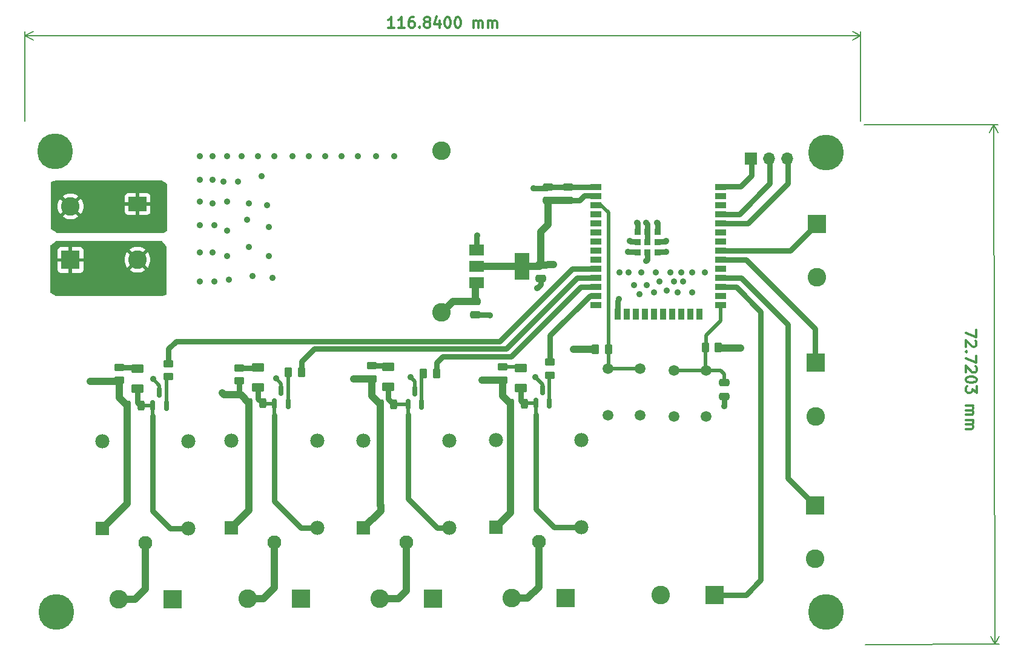
<source format=gbr>
%TF.GenerationSoftware,KiCad,Pcbnew,7.0.8*%
%TF.CreationDate,2024-04-08T22:48:43+05:30*%
%TF.ProjectId,Esp32_relay,45737033-325f-4726-956c-61792e6b6963,rev?*%
%TF.SameCoordinates,PX4046330PY7125ac8*%
%TF.FileFunction,Copper,L1,Top*%
%TF.FilePolarity,Positive*%
%FSLAX46Y46*%
G04 Gerber Fmt 4.6, Leading zero omitted, Abs format (unit mm)*
G04 Created by KiCad (PCBNEW 7.0.8) date 2024-04-08 22:48:43*
%MOMM*%
%LPD*%
G01*
G04 APERTURE LIST*
G04 Aperture macros list*
%AMRoundRect*
0 Rectangle with rounded corners*
0 $1 Rounding radius*
0 $2 $3 $4 $5 $6 $7 $8 $9 X,Y pos of 4 corners*
0 Add a 4 corners polygon primitive as box body*
4,1,4,$2,$3,$4,$5,$6,$7,$8,$9,$2,$3,0*
0 Add four circle primitives for the rounded corners*
1,1,$1+$1,$2,$3*
1,1,$1+$1,$4,$5*
1,1,$1+$1,$6,$7*
1,1,$1+$1,$8,$9*
0 Add four rect primitives between the rounded corners*
20,1,$1+$1,$2,$3,$4,$5,0*
20,1,$1+$1,$4,$5,$6,$7,0*
20,1,$1+$1,$6,$7,$8,$9,0*
20,1,$1+$1,$8,$9,$2,$3,0*%
G04 Aperture macros list end*
%ADD10C,0.300000*%
%TA.AperFunction,NonConductor*%
%ADD11C,0.300000*%
%TD*%
%TA.AperFunction,NonConductor*%
%ADD12C,0.200000*%
%TD*%
%TA.AperFunction,SMDPad,CuDef*%
%ADD13RoundRect,0.243750X-0.243750X-0.456250X0.243750X-0.456250X0.243750X0.456250X-0.243750X0.456250X0*%
%TD*%
%TA.AperFunction,SMDPad,CuDef*%
%ADD14RoundRect,0.250000X0.450000X-0.262500X0.450000X0.262500X-0.450000X0.262500X-0.450000X-0.262500X0*%
%TD*%
%TA.AperFunction,SMDPad,CuDef*%
%ADD15RoundRect,0.250000X0.475000X-0.250000X0.475000X0.250000X-0.475000X0.250000X-0.475000X-0.250000X0*%
%TD*%
%TA.AperFunction,SMDPad,CuDef*%
%ADD16RoundRect,0.250000X-0.475000X0.250000X-0.475000X-0.250000X0.475000X-0.250000X0.475000X0.250000X0*%
%TD*%
%TA.AperFunction,SMDPad,CuDef*%
%ADD17RoundRect,0.150000X0.150000X-0.587500X0.150000X0.587500X-0.150000X0.587500X-0.150000X-0.587500X0*%
%TD*%
%TA.AperFunction,SMDPad,CuDef*%
%ADD18RoundRect,0.250000X-0.450000X0.262500X-0.450000X-0.262500X0.450000X-0.262500X0.450000X0.262500X0*%
%TD*%
%TA.AperFunction,ComponentPad*%
%ADD19R,2.600000X2.000000*%
%TD*%
%TA.AperFunction,ComponentPad*%
%ADD20C,2.600000*%
%TD*%
%TA.AperFunction,ComponentPad*%
%ADD21C,1.500000*%
%TD*%
%TA.AperFunction,SMDPad,CuDef*%
%ADD22RoundRect,0.250000X-0.625000X0.375000X-0.625000X-0.375000X0.625000X-0.375000X0.625000X0.375000X0*%
%TD*%
%TA.AperFunction,ComponentPad*%
%ADD23C,5.000000*%
%TD*%
%TA.AperFunction,ComponentPad*%
%ADD24R,1.980000X1.980000*%
%TD*%
%TA.AperFunction,ComponentPad*%
%ADD25C,1.980000*%
%TD*%
%TA.AperFunction,ComponentPad*%
%ADD26C,1.935000*%
%TD*%
%TA.AperFunction,ComponentPad*%
%ADD27R,2.600000X2.600000*%
%TD*%
%TA.AperFunction,SMDPad,CuDef*%
%ADD28R,1.500000X0.900000*%
%TD*%
%TA.AperFunction,SMDPad,CuDef*%
%ADD29R,0.900000X1.500000*%
%TD*%
%TA.AperFunction,SMDPad,CuDef*%
%ADD30R,0.900000X0.900000*%
%TD*%
%TA.AperFunction,SMDPad,CuDef*%
%ADD31RoundRect,0.250000X0.262500X0.450000X-0.262500X0.450000X-0.262500X-0.450000X0.262500X-0.450000X0*%
%TD*%
%TA.AperFunction,SMDPad,CuDef*%
%ADD32RoundRect,0.250000X-0.262500X-0.450000X0.262500X-0.450000X0.262500X0.450000X-0.262500X0.450000X0*%
%TD*%
%TA.AperFunction,ComponentPad*%
%ADD33R,1.700000X1.700000*%
%TD*%
%TA.AperFunction,ComponentPad*%
%ADD34O,1.700000X1.700000*%
%TD*%
%TA.AperFunction,SMDPad,CuDef*%
%ADD35R,2.000000X1.500000*%
%TD*%
%TA.AperFunction,SMDPad,CuDef*%
%ADD36R,2.000000X3.800000*%
%TD*%
%TA.AperFunction,ViaPad*%
%ADD37C,0.900000*%
%TD*%
%TA.AperFunction,Conductor*%
%ADD38C,0.800000*%
%TD*%
%TA.AperFunction,Conductor*%
%ADD39C,0.500000*%
%TD*%
%TA.AperFunction,Conductor*%
%ADD40C,1.000000*%
%TD*%
G04 APERTURE END LIST*
D10*
D11*
X132879245Y43983823D02*
X132880991Y42983825D01*
X132880991Y42983825D02*
X131379871Y43624061D01*
X132739007Y42483576D02*
X132810561Y42412273D01*
X132810561Y42412273D02*
X132882239Y42269540D01*
X132882239Y42269540D02*
X132882862Y41912398D01*
X132882862Y41912398D02*
X132811683Y41769416D01*
X132811683Y41769416D02*
X132740380Y41697863D01*
X132740380Y41697863D02*
X132597647Y41626185D01*
X132597647Y41626185D02*
X132454791Y41625936D01*
X132454791Y41625936D02*
X132240380Y41696990D01*
X132240380Y41696990D02*
X131381742Y42552635D01*
X131381742Y42552635D02*
X131383364Y41624065D01*
X131527343Y40981458D02*
X131456040Y40909905D01*
X131456040Y40909905D02*
X131384486Y40981209D01*
X131384486Y40981209D02*
X131455790Y41052762D01*
X131455790Y41052762D02*
X131527343Y40981458D01*
X131527343Y40981458D02*
X131384486Y40981209D01*
X132885482Y40412401D02*
X132887228Y39412402D01*
X132887228Y39412402D02*
X131386108Y40052639D01*
X132745245Y38912154D02*
X132816798Y38840850D01*
X132816798Y38840850D02*
X132888476Y38698118D01*
X132888476Y38698118D02*
X132889100Y38340976D01*
X132889100Y38340976D02*
X132817921Y38197994D01*
X132817921Y38197994D02*
X132746617Y38126441D01*
X132746617Y38126441D02*
X132603885Y38054763D01*
X132603885Y38054763D02*
X132461028Y38054513D01*
X132461028Y38054513D02*
X132246618Y38125567D01*
X132246618Y38125567D02*
X131387979Y38981212D01*
X131387979Y38981212D02*
X131389601Y38052642D01*
X132891220Y37126692D02*
X132891470Y36983835D01*
X132891470Y36983835D02*
X132820291Y36840854D01*
X132820291Y36840854D02*
X132748987Y36769300D01*
X132748987Y36769300D02*
X132606255Y36697622D01*
X132606255Y36697622D02*
X132320666Y36625695D01*
X132320666Y36625695D02*
X131963523Y36625071D01*
X131963523Y36625071D02*
X131677685Y36696001D01*
X131677685Y36696001D02*
X131534703Y36767180D01*
X131534703Y36767180D02*
X131463150Y36838483D01*
X131463150Y36838483D02*
X131391472Y36981216D01*
X131391472Y36981216D02*
X131391222Y37124072D01*
X131391222Y37124072D02*
X131462401Y37267054D01*
X131462401Y37267054D02*
X131533705Y37338607D01*
X131533705Y37338607D02*
X131676437Y37410285D01*
X131676437Y37410285D02*
X131962026Y37482213D01*
X131962026Y37482213D02*
X132319169Y37482836D01*
X132319169Y37482836D02*
X132605007Y37411907D01*
X132605007Y37411907D02*
X132747989Y37340728D01*
X132747989Y37340728D02*
X132819542Y37269424D01*
X132819542Y37269424D02*
X132891220Y37126692D01*
X132892967Y36126694D02*
X132894588Y35198124D01*
X132894588Y35198124D02*
X132322287Y35697125D01*
X132322287Y35697125D02*
X132322662Y35482840D01*
X132322662Y35482840D02*
X132251483Y35339858D01*
X132251483Y35339858D02*
X132180179Y35268305D01*
X132180179Y35268305D02*
X132037447Y35196627D01*
X132037447Y35196627D02*
X131680304Y35196003D01*
X131680304Y35196003D02*
X131537323Y35267182D01*
X131537323Y35267182D02*
X131465770Y35338486D01*
X131465770Y35338486D02*
X131394092Y35481218D01*
X131394092Y35481218D02*
X131393343Y35909789D01*
X131393343Y35909789D02*
X131464522Y36052771D01*
X131464522Y36052771D02*
X131535826Y36124324D01*
X131397709Y33409793D02*
X132397708Y33411540D01*
X132254851Y33411290D02*
X132326404Y33339987D01*
X132326404Y33339987D02*
X132398082Y33197254D01*
X132398082Y33197254D02*
X132398456Y32982969D01*
X132398456Y32982969D02*
X132327277Y32839987D01*
X132327277Y32839987D02*
X132184545Y32768309D01*
X132184545Y32768309D02*
X131398832Y32766937D01*
X132184545Y32768309D02*
X132327527Y32697130D01*
X132327527Y32697130D02*
X132399205Y32554398D01*
X132399205Y32554398D02*
X132399579Y32340113D01*
X132399579Y32340113D02*
X132328400Y32197131D01*
X132328400Y32197131D02*
X132185668Y32125453D01*
X132185668Y32125453D02*
X131399955Y32124081D01*
X131401202Y31409796D02*
X132401200Y31411543D01*
X132258344Y31411293D02*
X132329897Y31339990D01*
X132329897Y31339990D02*
X132401575Y31197258D01*
X132401575Y31197258D02*
X132401949Y30982972D01*
X132401949Y30982972D02*
X132330770Y30839990D01*
X132330770Y30839990D02*
X132188038Y30768313D01*
X132188038Y30768313D02*
X131402325Y30766940D01*
X132188038Y30768313D02*
X132331019Y30697134D01*
X132331019Y30697134D02*
X132402697Y30554401D01*
X132402697Y30554401D02*
X132403072Y30340116D01*
X132403072Y30340116D02*
X132331893Y30197134D01*
X132331893Y30197134D02*
X132189160Y30125456D01*
X132189160Y30125456D02*
X131403447Y30124084D01*
D12*
X117212999Y72721073D02*
X135903263Y72753714D01*
X117339999Y873D02*
X136030263Y33514D01*
X135316845Y72752690D02*
X135443845Y32490D01*
X135316845Y72752690D02*
X135443845Y32490D01*
X135316845Y72752690D02*
X135905232Y71627212D01*
X135316845Y72752690D02*
X134732393Y71625164D01*
X135443845Y32490D02*
X134855458Y1157968D01*
X135443845Y32490D02*
X136028297Y1160016D01*
D10*
D11*
X51507287Y86262472D02*
X50650144Y86262472D01*
X51078715Y86262472D02*
X51078715Y87762472D01*
X51078715Y87762472D02*
X50935858Y87548186D01*
X50935858Y87548186D02*
X50793001Y87405329D01*
X50793001Y87405329D02*
X50650144Y87333900D01*
X52935858Y86262472D02*
X52078715Y86262472D01*
X52507286Y86262472D02*
X52507286Y87762472D01*
X52507286Y87762472D02*
X52364429Y87548186D01*
X52364429Y87548186D02*
X52221572Y87405329D01*
X52221572Y87405329D02*
X52078715Y87333900D01*
X54221572Y87762472D02*
X53935857Y87762472D01*
X53935857Y87762472D02*
X53793000Y87691043D01*
X53793000Y87691043D02*
X53721572Y87619615D01*
X53721572Y87619615D02*
X53578714Y87405329D01*
X53578714Y87405329D02*
X53507286Y87119615D01*
X53507286Y87119615D02*
X53507286Y86548186D01*
X53507286Y86548186D02*
X53578714Y86405329D01*
X53578714Y86405329D02*
X53650143Y86333900D01*
X53650143Y86333900D02*
X53793000Y86262472D01*
X53793000Y86262472D02*
X54078714Y86262472D01*
X54078714Y86262472D02*
X54221572Y86333900D01*
X54221572Y86333900D02*
X54293000Y86405329D01*
X54293000Y86405329D02*
X54364429Y86548186D01*
X54364429Y86548186D02*
X54364429Y86905329D01*
X54364429Y86905329D02*
X54293000Y87048186D01*
X54293000Y87048186D02*
X54221572Y87119615D01*
X54221572Y87119615D02*
X54078714Y87191043D01*
X54078714Y87191043D02*
X53793000Y87191043D01*
X53793000Y87191043D02*
X53650143Y87119615D01*
X53650143Y87119615D02*
X53578714Y87048186D01*
X53578714Y87048186D02*
X53507286Y86905329D01*
X55007285Y86405329D02*
X55078714Y86333900D01*
X55078714Y86333900D02*
X55007285Y86262472D01*
X55007285Y86262472D02*
X54935857Y86333900D01*
X54935857Y86333900D02*
X55007285Y86405329D01*
X55007285Y86405329D02*
X55007285Y86262472D01*
X55935857Y87119615D02*
X55793000Y87191043D01*
X55793000Y87191043D02*
X55721571Y87262472D01*
X55721571Y87262472D02*
X55650143Y87405329D01*
X55650143Y87405329D02*
X55650143Y87476758D01*
X55650143Y87476758D02*
X55721571Y87619615D01*
X55721571Y87619615D02*
X55793000Y87691043D01*
X55793000Y87691043D02*
X55935857Y87762472D01*
X55935857Y87762472D02*
X56221571Y87762472D01*
X56221571Y87762472D02*
X56364429Y87691043D01*
X56364429Y87691043D02*
X56435857Y87619615D01*
X56435857Y87619615D02*
X56507286Y87476758D01*
X56507286Y87476758D02*
X56507286Y87405329D01*
X56507286Y87405329D02*
X56435857Y87262472D01*
X56435857Y87262472D02*
X56364429Y87191043D01*
X56364429Y87191043D02*
X56221571Y87119615D01*
X56221571Y87119615D02*
X55935857Y87119615D01*
X55935857Y87119615D02*
X55793000Y87048186D01*
X55793000Y87048186D02*
X55721571Y86976758D01*
X55721571Y86976758D02*
X55650143Y86833900D01*
X55650143Y86833900D02*
X55650143Y86548186D01*
X55650143Y86548186D02*
X55721571Y86405329D01*
X55721571Y86405329D02*
X55793000Y86333900D01*
X55793000Y86333900D02*
X55935857Y86262472D01*
X55935857Y86262472D02*
X56221571Y86262472D01*
X56221571Y86262472D02*
X56364429Y86333900D01*
X56364429Y86333900D02*
X56435857Y86405329D01*
X56435857Y86405329D02*
X56507286Y86548186D01*
X56507286Y86548186D02*
X56507286Y86833900D01*
X56507286Y86833900D02*
X56435857Y86976758D01*
X56435857Y86976758D02*
X56364429Y87048186D01*
X56364429Y87048186D02*
X56221571Y87119615D01*
X57793000Y87262472D02*
X57793000Y86262472D01*
X57435857Y87833900D02*
X57078714Y86762472D01*
X57078714Y86762472D02*
X58007285Y86762472D01*
X58864428Y87762472D02*
X59007285Y87762472D01*
X59007285Y87762472D02*
X59150142Y87691043D01*
X59150142Y87691043D02*
X59221571Y87619615D01*
X59221571Y87619615D02*
X59292999Y87476758D01*
X59292999Y87476758D02*
X59364428Y87191043D01*
X59364428Y87191043D02*
X59364428Y86833900D01*
X59364428Y86833900D02*
X59292999Y86548186D01*
X59292999Y86548186D02*
X59221571Y86405329D01*
X59221571Y86405329D02*
X59150142Y86333900D01*
X59150142Y86333900D02*
X59007285Y86262472D01*
X59007285Y86262472D02*
X58864428Y86262472D01*
X58864428Y86262472D02*
X58721571Y86333900D01*
X58721571Y86333900D02*
X58650142Y86405329D01*
X58650142Y86405329D02*
X58578713Y86548186D01*
X58578713Y86548186D02*
X58507285Y86833900D01*
X58507285Y86833900D02*
X58507285Y87191043D01*
X58507285Y87191043D02*
X58578713Y87476758D01*
X58578713Y87476758D02*
X58650142Y87619615D01*
X58650142Y87619615D02*
X58721571Y87691043D01*
X58721571Y87691043D02*
X58864428Y87762472D01*
X60292999Y87762472D02*
X60435856Y87762472D01*
X60435856Y87762472D02*
X60578713Y87691043D01*
X60578713Y87691043D02*
X60650142Y87619615D01*
X60650142Y87619615D02*
X60721570Y87476758D01*
X60721570Y87476758D02*
X60792999Y87191043D01*
X60792999Y87191043D02*
X60792999Y86833900D01*
X60792999Y86833900D02*
X60721570Y86548186D01*
X60721570Y86548186D02*
X60650142Y86405329D01*
X60650142Y86405329D02*
X60578713Y86333900D01*
X60578713Y86333900D02*
X60435856Y86262472D01*
X60435856Y86262472D02*
X60292999Y86262472D01*
X60292999Y86262472D02*
X60150142Y86333900D01*
X60150142Y86333900D02*
X60078713Y86405329D01*
X60078713Y86405329D02*
X60007284Y86548186D01*
X60007284Y86548186D02*
X59935856Y86833900D01*
X59935856Y86833900D02*
X59935856Y87191043D01*
X59935856Y87191043D02*
X60007284Y87476758D01*
X60007284Y87476758D02*
X60078713Y87619615D01*
X60078713Y87619615D02*
X60150142Y87691043D01*
X60150142Y87691043D02*
X60292999Y87762472D01*
X62578712Y86262472D02*
X62578712Y87262472D01*
X62578712Y87119615D02*
X62650141Y87191043D01*
X62650141Y87191043D02*
X62792998Y87262472D01*
X62792998Y87262472D02*
X63007284Y87262472D01*
X63007284Y87262472D02*
X63150141Y87191043D01*
X63150141Y87191043D02*
X63221570Y87048186D01*
X63221570Y87048186D02*
X63221570Y86262472D01*
X63221570Y87048186D02*
X63292998Y87191043D01*
X63292998Y87191043D02*
X63435855Y87262472D01*
X63435855Y87262472D02*
X63650141Y87262472D01*
X63650141Y87262472D02*
X63792998Y87191043D01*
X63792998Y87191043D02*
X63864427Y87048186D01*
X63864427Y87048186D02*
X63864427Y86262472D01*
X64578712Y86262472D02*
X64578712Y87262472D01*
X64578712Y87119615D02*
X64650141Y87191043D01*
X64650141Y87191043D02*
X64792998Y87262472D01*
X64792998Y87262472D02*
X65007284Y87262472D01*
X65007284Y87262472D02*
X65150141Y87191043D01*
X65150141Y87191043D02*
X65221570Y87048186D01*
X65221570Y87048186D02*
X65221570Y86262472D01*
X65221570Y87048186D02*
X65292998Y87191043D01*
X65292998Y87191043D02*
X65435855Y87262472D01*
X65435855Y87262472D02*
X65650141Y87262472D01*
X65650141Y87262472D02*
X65792998Y87191043D01*
X65792998Y87191043D02*
X65864427Y87048186D01*
X65864427Y87048186D02*
X65864427Y86262472D01*
D12*
X-127000Y73220200D02*
X-127000Y85727220D01*
X116713000Y73220200D02*
X116713000Y85727220D01*
X-127000Y85140800D02*
X116713000Y85140800D01*
X-127000Y85140800D02*
X116713000Y85140800D01*
X-127000Y85140800D02*
X999504Y85727221D01*
X-127000Y85140800D02*
X999504Y84554379D01*
X116713000Y85140800D02*
X115586496Y84554379D01*
X116713000Y85140800D02*
X115586496Y85727221D01*
D13*
%TO.P,D8,1,K*%
%TO.N,+5V*%
X67769500Y33706200D03*
%TO.P,D8,2,A*%
%TO.N,/Relay_4_T*%
X69644500Y33706200D03*
%TD*%
D14*
%TO.P,R3,1*%
%TO.N,+5V*%
X48370800Y37167500D03*
%TO.P,R3,2*%
%TO.N,/Led_3*%
X48370800Y38992500D03*
%TD*%
D15*
%TO.P,C1,1*%
%TO.N,GND*%
X97627000Y34738200D03*
%TO.P,C1,2*%
%TO.N,/RESET*%
X97627000Y36638200D03*
%TD*%
D16*
%TO.P,C5,1*%
%TO.N,+3.3V*%
X72009000Y53096200D03*
%TO.P,C5,2*%
%TO.N,GND*%
X72009000Y51196200D03*
%TD*%
%TO.P,C3,1*%
%TO.N,+5V*%
X62865000Y48016200D03*
%TO.P,C3,2*%
%TO.N,GND*%
X62865000Y46116200D03*
%TD*%
D17*
%TO.P,Q3,1*%
%TO.N,/Relay_3_T*%
X53406000Y33581100D03*
%TO.P,Q3,2*%
%TO.N,/Relay_3_R*%
X55306000Y33581100D03*
%TO.P,Q3,3*%
%TO.N,GND*%
X54356000Y35456100D03*
%TD*%
D15*
%TO.P,C2,1*%
%TO.N,+3.3V*%
X73025000Y62118200D03*
%TO.P,C2,2*%
%TO.N,GND*%
X73025000Y64018200D03*
%TD*%
D18*
%TO.P,R8,1*%
%TO.N,/Relay_4*%
X73253600Y39493200D03*
%TO.P,R8,2*%
%TO.N,/Relay_4_R*%
X73253600Y37668200D03*
%TD*%
D19*
%TO.P,PS1,1,AC/L*%
%TO.N,/P_AC*%
X15590500Y61634200D03*
D20*
%TO.P,PS1,2,AC/N*%
%TO.N,/N_AC*%
X15590500Y53834200D03*
%TO.P,PS1,3,-Vout*%
%TO.N,GND*%
X58090500Y69034200D03*
%TO.P,PS1,4,+Vout*%
%TO.N,+5V*%
X58090500Y46434200D03*
%TD*%
D21*
%TO.P,S1,1,1*%
%TO.N,/RESET*%
X95087000Y38378200D03*
%TO.P,S1,2,2*%
%TO.N,GND*%
X95087000Y31878200D03*
%TO.P,S1,3,3*%
%TO.N,/RESET*%
X90587000Y38378200D03*
%TO.P,S1,4,4*%
%TO.N,GND*%
X90587000Y31878200D03*
%TD*%
D17*
%TO.P,Q4,1*%
%TO.N,/Relay_4_T*%
X71262200Y33733500D03*
%TO.P,Q4,2*%
%TO.N,/Relay_4_R*%
X73162200Y33733500D03*
%TO.P,Q4,3*%
%TO.N,GND*%
X72212200Y35608500D03*
%TD*%
D22*
%TO.P,D2,1,K*%
%TO.N,/Led_2*%
X32461200Y38738000D03*
%TO.P,D2,2,A*%
%TO.N,/Relay_2_T*%
X32461200Y35938000D03*
%TD*%
D15*
%TO.P,C4,1*%
%TO.N,+3.3V*%
X75819000Y62118200D03*
%TO.P,C4,2*%
%TO.N,GND*%
X75819000Y64018200D03*
%TD*%
D23*
%TO.P,H2,1,1*%
%TO.N,unconnected-(H2-Pad1)*%
X4216400Y4572000D03*
%TD*%
D24*
%TO.P,K4,A1*%
%TO.N,+5V*%
X65678800Y16376400D03*
D25*
%TO.P,K4,A2*%
%TO.N,/Relay_4_T*%
X77678800Y16376400D03*
D26*
%TO.P,K4,COM*%
%TO.N,/COM_4*%
X71678800Y14376400D03*
D25*
%TO.P,K4,NC*%
%TO.N,unconnected-(K4-PadNC)*%
X65678800Y28576400D03*
%TO.P,K4,NO*%
%TO.N,/NO_4*%
X77678800Y28576400D03*
%TD*%
D24*
%TO.P,K3,A1*%
%TO.N,+5V*%
X47182000Y16298800D03*
D25*
%TO.P,K3,A2*%
%TO.N,/Relay_3_T*%
X59182000Y16298800D03*
D26*
%TO.P,K3,COM*%
%TO.N,/COM_3*%
X53182000Y14298800D03*
D25*
%TO.P,K3,NC*%
%TO.N,unconnected-(K3-PadNC)*%
X47182000Y28498800D03*
%TO.P,K3,NO*%
%TO.N,/NO_3*%
X59182000Y28498800D03*
%TD*%
D27*
%TO.P,J8,1,Pin_1*%
%TO.N,/Switch_1*%
X96266000Y6934200D03*
D20*
%TO.P,J8,2,Pin_2*%
%TO.N,GND*%
X88766000Y6934200D03*
%TD*%
D28*
%TO.P,IC1,1,GND_1*%
%TO.N,GND*%
X79655000Y64010200D03*
%TO.P,IC1,2,3V3*%
%TO.N,+3.3V*%
X79655000Y62740200D03*
%TO.P,IC1,3,EN*%
%TO.N,/EN*%
X79655000Y61470200D03*
%TO.P,IC1,4,SENSOR_VP*%
%TO.N,unconnected-(IC1-SENSOR_VP-Pad4)*%
X79655000Y60200200D03*
%TO.P,IC1,5,SENSOR_VN*%
%TO.N,unconnected-(IC1-SENSOR_VN-Pad5)*%
X79655000Y58930200D03*
%TO.P,IC1,6,IO34*%
%TO.N,unconnected-(IC1-IO34-Pad6)*%
X79655000Y57660200D03*
%TO.P,IC1,7,IO35*%
%TO.N,unconnected-(IC1-IO35-Pad7)*%
X79655000Y56390200D03*
%TO.P,IC1,8,IO32*%
%TO.N,unconnected-(IC1-IO32-Pad8)*%
X79655000Y55120200D03*
%TO.P,IC1,9,IO33*%
%TO.N,unconnected-(IC1-IO33-Pad9)*%
X79655000Y53850200D03*
%TO.P,IC1,10,IO25*%
%TO.N,/Relay_1*%
X79655000Y52580200D03*
%TO.P,IC1,11,IO26*%
%TO.N,/Relay_2*%
X79655000Y51310200D03*
%TO.P,IC1,12,IO27*%
%TO.N,/Relay_3*%
X79655000Y50040200D03*
%TO.P,IC1,13,IO14*%
%TO.N,/Relay_4*%
X79655000Y48770200D03*
%TO.P,IC1,14,IO12*%
%TO.N,unconnected-(IC1-IO12-Pad14)*%
X79655000Y47500200D03*
D29*
%TO.P,IC1,15,GND_2*%
%TO.N,GND*%
X82690000Y46250200D03*
%TO.P,IC1,16,IO13*%
%TO.N,unconnected-(IC1-IO13-Pad16)*%
X83960000Y46250200D03*
%TO.P,IC1,17,NC_1*%
%TO.N,unconnected-(IC1-NC_1-Pad17)*%
X85230000Y46250200D03*
%TO.P,IC1,18,NC_2*%
%TO.N,unconnected-(IC1-NC_2-Pad18)*%
X86500000Y46250200D03*
%TO.P,IC1,19,NC_3*%
%TO.N,unconnected-(IC1-NC_3-Pad19)*%
X87770000Y46250200D03*
%TO.P,IC1,20,NC_4*%
%TO.N,unconnected-(IC1-NC_4-Pad20)*%
X89040000Y46250200D03*
%TO.P,IC1,21,NC_5*%
%TO.N,unconnected-(IC1-NC_5-Pad21)*%
X90310000Y46250200D03*
%TO.P,IC1,22,NC_6*%
%TO.N,unconnected-(IC1-NC_6-Pad22)*%
X91580000Y46250200D03*
%TO.P,IC1,23,IO15*%
%TO.N,unconnected-(IC1-IO15-Pad23)*%
X92850000Y46250200D03*
%TO.P,IC1,24,IO2*%
%TO.N,unconnected-(IC1-IO2-Pad24)*%
X94120000Y46250200D03*
D28*
%TO.P,IC1,25,IO0*%
%TO.N,/RESET*%
X97155000Y47500200D03*
%TO.P,IC1,26,IO4*%
%TO.N,unconnected-(IC1-IO4-Pad26)*%
X97155000Y48770200D03*
%TO.P,IC1,27,IO16*%
%TO.N,/Switch_1*%
X97155000Y50040200D03*
%TO.P,IC1,28,IO17*%
%TO.N,/Switch_2*%
X97155000Y51310200D03*
%TO.P,IC1,29,IO5*%
%TO.N,unconnected-(IC1-IO5-Pad29)*%
X97155000Y52580200D03*
%TO.P,IC1,30,IO18*%
%TO.N,/Switch_3*%
X97155000Y53850200D03*
%TO.P,IC1,31,IO19*%
%TO.N,/Switch_4*%
X97155000Y55120200D03*
%TO.P,IC1,32,NC_7*%
%TO.N,unconnected-(IC1-NC_7-Pad32)*%
X97155000Y56390200D03*
%TO.P,IC1,33,IO21*%
%TO.N,unconnected-(IC1-IO21-Pad33)*%
X97155000Y57660200D03*
%TO.P,IC1,34,RXD0*%
%TO.N,/Rx*%
X97155000Y58930200D03*
%TO.P,IC1,35,TXD0*%
%TO.N,/Tx*%
X97155000Y60200200D03*
%TO.P,IC1,36,IO22*%
%TO.N,unconnected-(IC1-IO22-Pad36)*%
X97155000Y61470200D03*
%TO.P,IC1,37,IO23*%
%TO.N,unconnected-(IC1-IO23-Pad37)*%
X97155000Y62740200D03*
%TO.P,IC1,38,GND_3*%
%TO.N,GND*%
X97155000Y64010200D03*
D30*
%TO.P,IC1,39,GND_4*%
X85505000Y57690200D03*
%TO.P,IC1,40,GND_5*%
X85505000Y56290200D03*
%TO.P,IC1,41,GND_6*%
X85505000Y54890200D03*
%TO.P,IC1,42,GND_7*%
X86905000Y54890200D03*
%TO.P,IC1,43,GND_8*%
X88305000Y54890200D03*
%TO.P,IC1,44,GND_9*%
X88305000Y56290200D03*
%TO.P,IC1,45,GND_10*%
X88305000Y57690200D03*
%TO.P,IC1,46,GND_11*%
X86905000Y57690200D03*
%TO.P,IC1,47,GND_12*%
X86905000Y56290200D03*
%TD*%
D27*
%TO.P,J9,1,Pin_1*%
%TO.N,/Switch_2*%
X110363000Y19481800D03*
D20*
%TO.P,J9,2,Pin_2*%
%TO.N,GND*%
X110363000Y11981800D03*
%TD*%
D14*
%TO.P,R2,1*%
%TO.N,+5V*%
X29819600Y36882700D03*
%TO.P,R2,2*%
%TO.N,/Led_2*%
X29819600Y38707700D03*
%TD*%
D17*
%TO.P,Q2,1*%
%TO.N,/Relay_2_T*%
X34737000Y33708100D03*
%TO.P,Q2,2*%
%TO.N,/Relay_2_R*%
X36637000Y33708100D03*
%TO.P,Q2,3*%
%TO.N,GND*%
X35687000Y35583100D03*
%TD*%
D31*
%TO.P,R9,1*%
%TO.N,+3.3V*%
X96810500Y41588400D03*
%TO.P,R9,2*%
%TO.N,/RESET*%
X94985500Y41588400D03*
%TD*%
D24*
%TO.P,K2,A1*%
%TO.N,+5V*%
X28721800Y16325600D03*
D25*
%TO.P,K2,A2*%
%TO.N,/Relay_2_T*%
X40721800Y16325600D03*
D26*
%TO.P,K2,COM*%
%TO.N,/COM_2*%
X34721800Y14325600D03*
D25*
%TO.P,K2,NC*%
%TO.N,unconnected-(K2-PadNC)*%
X28721800Y28525600D03*
%TO.P,K2,NO*%
%TO.N,/NO_2*%
X40721800Y28525600D03*
%TD*%
D23*
%TO.P,H4,1,1*%
%TO.N,unconnected-(H4-Pad1)*%
X111836200Y4572000D03*
%TD*%
%TO.P,H1,1,1*%
%TO.N,unconnected-(H1-Pad1)*%
X4038600Y69011800D03*
%TD*%
D27*
%TO.P,J2,1,Pin_1*%
%TO.N,/NO_1*%
X20457600Y6336800D03*
D20*
%TO.P,J2,2,Pin_2*%
%TO.N,/COM_1*%
X12957600Y6336800D03*
%TD*%
D17*
%TO.P,Q1,1*%
%TO.N,/Relay_1_T*%
X17714600Y33456400D03*
%TO.P,Q1,2*%
%TO.N,/Relay_1_R*%
X19614600Y33456400D03*
%TO.P,Q1,3*%
%TO.N,GND*%
X18664600Y35331400D03*
%TD*%
D13*
%TO.P,D5,1,K*%
%TO.N,+5V*%
X14175500Y33417200D03*
%TO.P,D5,2,A*%
%TO.N,/Relay_1_T*%
X16050500Y33417200D03*
%TD*%
D14*
%TO.P,R1,1*%
%TO.N,+5V*%
X13081000Y36973200D03*
%TO.P,R1,2*%
%TO.N,/Led_1*%
X13081000Y38798200D03*
%TD*%
D13*
%TO.P,D7,1,K*%
%TO.N,+5V*%
X49516100Y33638000D03*
%TO.P,D7,2,A*%
%TO.N,/Relay_3_T*%
X51391100Y33638000D03*
%TD*%
D27*
%TO.P,J1,1,Pin_1*%
%TO.N,/N_AC*%
X6223000Y53790200D03*
D20*
%TO.P,J1,2,Pin_2*%
%TO.N,/P_AC*%
X6223000Y61290200D03*
%TD*%
D22*
%TO.P,D3,1,K*%
%TO.N,/Led_3*%
X50656800Y38848000D03*
%TO.P,D3,2,A*%
%TO.N,/Relay_3_T*%
X50656800Y36048000D03*
%TD*%
D27*
%TO.P,J3,1,Pin_1*%
%TO.N,/NO_2*%
X38471800Y6423600D03*
D20*
%TO.P,J3,2,Pin_2*%
%TO.N,/COM_2*%
X30971800Y6423600D03*
%TD*%
D27*
%TO.P,J7,1,Pin_1*%
%TO.N,/Switch_3*%
X110413800Y39420800D03*
D20*
%TO.P,J7,2,Pin_2*%
%TO.N,GND*%
X110413800Y31920800D03*
%TD*%
D22*
%TO.P,D1,1,K*%
%TO.N,/Led_1*%
X15621000Y38627200D03*
%TO.P,D1,2,A*%
%TO.N,/Relay_1_T*%
X15621000Y35827200D03*
%TD*%
D13*
%TO.P,D6,1,K*%
%TO.N,+5V*%
X31193500Y33782000D03*
%TO.P,D6,2,A*%
%TO.N,/Relay_2_T*%
X33068500Y33782000D03*
%TD*%
D23*
%TO.P,H3,1,1*%
%TO.N,unconnected-(H3-Pad1)*%
X111887000Y68808600D03*
%TD*%
D31*
%TO.P,R7,1*%
%TO.N,/Relay_3*%
X57411300Y37956000D03*
%TO.P,R7,2*%
%TO.N,/Relay_3_R*%
X55586300Y37956000D03*
%TD*%
D27*
%TO.P,J5,1,Pin_1*%
%TO.N,/NO_4*%
X75428800Y6474400D03*
D20*
%TO.P,J5,2,Pin_2*%
%TO.N,/COM_4*%
X67928800Y6474400D03*
%TD*%
D14*
%TO.P,R5,1*%
%TO.N,/Relay_1_R*%
X19939000Y37481200D03*
%TO.P,R5,2*%
%TO.N,/Relay_1*%
X19939000Y39306200D03*
%TD*%
D32*
%TO.P,R10,1*%
%TO.N,+3.3V*%
X79606000Y41282400D03*
%TO.P,R10,2*%
%TO.N,/EN*%
X81431000Y41282400D03*
%TD*%
D33*
%TO.P,J6,1,Pin_1*%
%TO.N,GND*%
X101320600Y67995800D03*
D34*
%TO.P,J6,2,Pin_2*%
%TO.N,/Tx*%
X103860600Y67995800D03*
%TO.P,J6,3,Pin_3*%
%TO.N,/Rx*%
X106400600Y67995800D03*
%TD*%
D27*
%TO.P,J10,1,Pin_1*%
%TO.N,/Switch_4*%
X110566200Y58842600D03*
D20*
%TO.P,J10,2,Pin_2*%
%TO.N,GND*%
X110566200Y51342600D03*
%TD*%
D35*
%TO.P,U1,1,GND*%
%TO.N,GND*%
X63017000Y55208200D03*
%TO.P,U1,2,VO*%
%TO.N,+3.3V*%
X63017000Y52908200D03*
D36*
X69317000Y52908200D03*
D35*
%TO.P,U1,3,VI*%
%TO.N,+5V*%
X63017000Y50608200D03*
%TD*%
D22*
%TO.P,D4,1,K*%
%TO.N,/Led_4*%
X69215000Y38662200D03*
%TO.P,D4,2,A*%
%TO.N,/Relay_4_T*%
X69215000Y35862200D03*
%TD*%
D31*
%TO.P,R6,1*%
%TO.N,/Relay_2*%
X38529900Y38125400D03*
%TO.P,R6,2*%
%TO.N,/Relay_2_R*%
X36704900Y38125400D03*
%TD*%
D24*
%TO.P,K1,A1*%
%TO.N,+5V*%
X10707600Y16242800D03*
D25*
%TO.P,K1,A2*%
%TO.N,/Relay_1_T*%
X22707600Y16242800D03*
D26*
%TO.P,K1,COM*%
%TO.N,/COM_1*%
X16707600Y14242800D03*
D25*
%TO.P,K1,NC*%
%TO.N,unconnected-(K1-PadNC)*%
X10707600Y28442800D03*
%TO.P,K1,NO*%
%TO.N,/NO_1*%
X22707600Y28442800D03*
%TD*%
D27*
%TO.P,J4,1,Pin_1*%
%TO.N,/NO_3*%
X56932000Y6396800D03*
D20*
%TO.P,J4,2,Pin_2*%
%TO.N,/COM_3*%
X49432000Y6396800D03*
%TD*%
D21*
%TO.P,S2,1,1*%
%TO.N,/EN*%
X85856200Y38580200D03*
%TO.P,S2,2,2*%
%TO.N,GND*%
X85856200Y32080200D03*
%TO.P,S2,3,3*%
%TO.N,/EN*%
X81356200Y38580200D03*
%TO.P,S2,4,4*%
%TO.N,GND*%
X81356200Y32080200D03*
%TD*%
D14*
%TO.P,R4,1*%
%TO.N,+5V*%
X66675000Y36981700D03*
%TO.P,R4,2*%
%TO.N,/Led_4*%
X66675000Y38806700D03*
%TD*%
D37*
%TO.N,GND*%
X37251600Y68351400D03*
X34457600Y51333400D03*
X39537600Y68351400D03*
X17754600Y37134800D03*
X27599600Y64795400D03*
X85765600Y49047400D03*
X84241600Y52095400D03*
X26075600Y61747400D03*
X87797600Y49301400D03*
X41823600Y68351400D03*
X31155600Y55651400D03*
X70993000Y63830200D03*
X34711600Y68351400D03*
X82971600Y52095400D03*
X28361600Y51079400D03*
X24297600Y58699400D03*
X26075600Y68351400D03*
X84455000Y56464200D03*
X84201000Y54940200D03*
X64897000Y46050200D03*
X28107600Y57937400D03*
X33949600Y54381400D03*
X26075600Y54889400D03*
X33695600Y61493400D03*
X86741000Y53670200D03*
X71170800Y37439600D03*
X53746400Y37414200D03*
X51475600Y68351400D03*
X86019600Y52095400D03*
X71501000Y49860200D03*
X46395600Y68351400D03*
X44109600Y68351400D03*
X89535000Y54940200D03*
X88051600Y52095400D03*
X28107600Y62001400D03*
X26329600Y50825400D03*
X86781600Y50317400D03*
X94909600Y52095400D03*
X24297600Y50825400D03*
X91607600Y52095400D03*
X33949600Y58445400D03*
X30139600Y68351400D03*
X91861600Y50825400D03*
X93131600Y52095400D03*
X24297600Y65049400D03*
X90591600Y50825400D03*
X34950400Y37211000D03*
X24297600Y62001400D03*
X48935600Y68351400D03*
X63119000Y57226200D03*
X29631600Y64795400D03*
X89575600Y49555400D03*
X85471000Y59004200D03*
X26329600Y58699400D03*
X88265000Y59004200D03*
X82931000Y48336200D03*
X26075600Y65049400D03*
X90083600Y52095400D03*
X89535000Y56464200D03*
X32933600Y65557400D03*
X91099600Y49301400D03*
X28107600Y68351400D03*
X28107600Y54381400D03*
X97663000Y33350200D03*
X24297600Y68351400D03*
X32425600Y68351400D03*
X88559600Y50825400D03*
X31663600Y51587400D03*
X85003600Y50317400D03*
X24297600Y54889400D03*
X86741000Y59004200D03*
X93131600Y49301400D03*
X30901600Y59461400D03*
X31155600Y61747400D03*
%TO.N,+3.3V*%
X73787000Y53162200D03*
X76522800Y41282400D03*
X99949000Y41478200D03*
%TO.N,+5V*%
X8940800Y36804600D03*
X45847000Y37160200D03*
X63754000Y37007800D03*
X27457400Y35204400D03*
%TD*%
D38*
%TO.N,GND*%
X82690000Y46324200D02*
X82690000Y48095200D01*
X84555000Y56364200D02*
X84455000Y56464200D01*
X86905000Y57764200D02*
X86905000Y58840200D01*
X86905000Y53834200D02*
X86741000Y53670200D01*
X62865000Y46116200D02*
X64831000Y46116200D01*
X88305000Y56364200D02*
X89435000Y56364200D01*
X86905000Y54964200D02*
X86905000Y53834200D01*
X72837000Y63830200D02*
X73025000Y64018200D01*
X88305000Y54964200D02*
X89511000Y54964200D01*
X72009000Y51196200D02*
X72009000Y50368200D01*
X85505000Y56364200D02*
X84555000Y56364200D01*
X85505000Y58970200D02*
X85471000Y59004200D01*
X85505000Y57764200D02*
X85505000Y58970200D01*
X86905000Y58840200D02*
X86741000Y59004200D01*
D39*
X72212200Y36398200D02*
X71170800Y37439600D01*
D38*
X72009000Y50368200D02*
X71501000Y49860200D01*
X75819000Y64018200D02*
X79589000Y64018200D01*
X97155000Y64084200D02*
X99949000Y64084200D01*
D39*
X54356000Y36804600D02*
X53746400Y37414200D01*
D38*
X70993000Y63830200D02*
X72837000Y63830200D01*
X88305000Y57764200D02*
X88305000Y58964200D01*
X101473000Y65608200D02*
X101473000Y67843400D01*
X84225000Y54964200D02*
X84201000Y54940200D01*
X82690000Y48095200D02*
X82931000Y48336200D01*
X64831000Y46116200D02*
X64897000Y46050200D01*
X88305000Y58964200D02*
X88265000Y59004200D01*
X85505000Y54964200D02*
X84225000Y54964200D01*
X97627000Y34738200D02*
X97627000Y33386200D01*
D39*
X18664600Y35331400D02*
X18664600Y36224800D01*
D38*
X101473000Y67843400D02*
X101320600Y67995800D01*
D39*
X35687000Y35583100D02*
X35687000Y36474400D01*
D38*
X99949000Y64084200D02*
X101473000Y65608200D01*
X89511000Y54964200D02*
X89535000Y54940200D01*
X86905000Y56364200D02*
X86905000Y57764200D01*
X79589000Y64018200D02*
X79655000Y64084200D01*
X89435000Y56364200D02*
X89535000Y56464200D01*
D39*
X35687000Y36474400D02*
X34950400Y37211000D01*
D38*
X73025000Y64018200D02*
X75819000Y64018200D01*
X63017000Y55208200D02*
X63017000Y57124200D01*
X97627000Y33386200D02*
X97663000Y33350200D01*
D39*
X18664600Y36224800D02*
X17754600Y37134800D01*
X72212200Y35608500D02*
X72212200Y36398200D01*
D38*
X63017000Y57124200D02*
X63119000Y57226200D01*
D39*
X54356000Y35456100D02*
X54356000Y36804600D01*
%TO.N,/RESET*%
X90587000Y38378200D02*
X95087000Y38378200D01*
X97155000Y47574200D02*
X97155000Y45288200D01*
X97155000Y45288200D02*
X95123000Y43256200D01*
X95123000Y41725900D02*
X94985500Y41588400D01*
X94985500Y41588400D02*
X94985500Y38479700D01*
X97076200Y38378200D02*
X97627000Y37827400D01*
X94985500Y38479700D02*
X95087000Y38378200D01*
X95123000Y43256200D02*
X95123000Y41725900D01*
X97627000Y37827400D02*
X97627000Y36638200D01*
X95087000Y38378200D02*
X97076200Y38378200D01*
D40*
%TO.N,+3.3V*%
X72009000Y57734200D02*
X73025000Y58750200D01*
X63017000Y52908200D02*
X69317000Y52908200D01*
X71821000Y52908200D02*
X72009000Y53096200D01*
X96920700Y41478200D02*
X96810500Y41588400D01*
X72009000Y53096200D02*
X72009000Y57734200D01*
X72009000Y53096200D02*
X73787000Y53162200D01*
D38*
X77409000Y62118200D02*
X75819000Y62118200D01*
D40*
X69317000Y52908200D02*
X71821000Y52908200D01*
X76522800Y41282400D02*
X79606000Y41282400D01*
D38*
X79655000Y62814200D02*
X78105000Y62814200D01*
X78105000Y62814200D02*
X77409000Y62118200D01*
D40*
X73025000Y62118200D02*
X75819000Y62118200D01*
X73025000Y58750200D02*
X73025000Y62118200D01*
X99949000Y41478200D02*
X96920700Y41478200D01*
%TO.N,+5V*%
X12912400Y36804600D02*
X13081000Y36973200D01*
X49555400Y19493300D02*
X49592300Y19456400D01*
X49592300Y19456400D02*
X49592300Y18709100D01*
X58090500Y46434200D02*
X59672500Y48016200D01*
X67769500Y18467100D02*
X65678800Y16376400D01*
X48370800Y34783300D02*
X49516100Y33638000D01*
X13081000Y34511700D02*
X14175500Y33417200D01*
X8940800Y36804600D02*
X12912400Y36804600D01*
X67769500Y18822700D02*
X67769500Y18467100D01*
X62865000Y50456200D02*
X63017000Y50608200D01*
X58090500Y46180200D02*
X58090500Y46434200D01*
D38*
X29819600Y36882700D02*
X29819600Y35155900D01*
D40*
X66675000Y36981700D02*
X66675000Y34800700D01*
X63780100Y36981700D02*
X63754000Y37007800D01*
X27712100Y34949700D02*
X30025800Y34949700D01*
X27457400Y35204400D02*
X27712100Y34949700D01*
X31140400Y33728900D02*
X31140400Y18744200D01*
X31193500Y33782000D02*
X31140400Y33728900D01*
X49592300Y18709100D02*
X47182000Y16298800D01*
X48370800Y37167500D02*
X45854300Y37167500D01*
X48370800Y37167500D02*
X48370800Y34783300D01*
X49555400Y33598700D02*
X49555400Y19493300D01*
X30025800Y34949700D02*
X31193500Y33782000D01*
X45854300Y37167500D02*
X45847000Y37160200D01*
D38*
X29819600Y35155900D02*
X30025800Y34949700D01*
D40*
X67769500Y33706200D02*
X67769500Y18822700D01*
X31140400Y18744200D02*
X28721800Y16325600D01*
X66675000Y36981700D02*
X63780100Y36981700D01*
X66675000Y34800700D02*
X67769500Y33706200D01*
X14175500Y33417200D02*
X14175500Y19851900D01*
X59672500Y48016200D02*
X62865000Y48016200D01*
X49516100Y33638000D02*
X49555400Y33598700D01*
X13081000Y36973200D02*
X13081000Y34511700D01*
X62865000Y48016200D02*
X62865000Y50456200D01*
X14175500Y19710700D02*
X10707600Y16242800D01*
D39*
%TO.N,/Relay_1_T*%
X16089700Y33456400D02*
X16050500Y33417200D01*
X17714600Y32029400D02*
X17714600Y33456400D01*
X17714600Y33456400D02*
X16089700Y33456400D01*
D38*
X15621000Y33846700D02*
X16050500Y33417200D01*
X17714600Y32029400D02*
X17714600Y18695800D01*
X15621000Y35827200D02*
X15621000Y33846700D01*
X17714600Y18695800D02*
X20167600Y16242800D01*
X20167600Y16242800D02*
X22707600Y16242800D01*
D39*
%TO.N,/Relay_2_T*%
X33142400Y33708100D02*
X33068500Y33782000D01*
D38*
X38435800Y16325600D02*
X40721800Y16325600D01*
D39*
X34737000Y33708100D02*
X33142400Y33708100D01*
D38*
X32461200Y35938000D02*
X32461200Y34389300D01*
X32461200Y34389300D02*
X33068500Y33782000D01*
X34747200Y32065000D02*
X34747200Y20014200D01*
D39*
X34737000Y31963400D02*
X34737000Y33563600D01*
D38*
X34747200Y20014200D02*
X38435800Y16325600D01*
D39*
X34737000Y31963400D02*
X34737000Y33708100D01*
D38*
%TO.N,/Relay_3_T*%
X57532000Y16298800D02*
X59182000Y16298800D01*
X50656800Y36048000D02*
X50656800Y34372300D01*
X53406000Y32146200D02*
X53441600Y32110600D01*
X50656800Y34372300D02*
X51391100Y33638000D01*
X53441600Y20389200D02*
X57532000Y16298800D01*
D39*
X51448000Y33581100D02*
X51391100Y33638000D01*
X53406000Y33581100D02*
X51448000Y33581100D01*
D38*
X53441600Y32110600D02*
X53441600Y20389200D01*
D39*
X53406000Y33581100D02*
X53406000Y32146200D01*
D38*
%TO.N,/Relay_4_T*%
X73868800Y16376400D02*
X77678800Y16376400D01*
X69215000Y34135700D02*
X69644500Y33706200D01*
D39*
X71262200Y33733500D02*
X69671800Y33733500D01*
X69671800Y33733500D02*
X69644500Y33706200D01*
D38*
X71262200Y32181800D02*
X71262200Y18983000D01*
X71262200Y18983000D02*
X73868800Y16376400D01*
D39*
X71262200Y32181800D02*
X71262200Y33733500D01*
D38*
X69215000Y35862200D02*
X69215000Y34135700D01*
D39*
%TO.N,/EN*%
X81384000Y41329400D02*
X81431000Y41282400D01*
X81356200Y38580200D02*
X85856200Y38580200D01*
X81431000Y41282400D02*
X81431000Y38655000D01*
X81431000Y60405308D02*
X81431000Y41282400D01*
X81431000Y38655000D02*
X81356200Y38580200D01*
X79655000Y61544200D02*
X80292108Y61544200D01*
X80292108Y61544200D02*
X81431000Y60405308D01*
D38*
%TO.N,/Relay_3*%
X67792600Y40309800D02*
X58267600Y40309800D01*
X57411300Y39453500D02*
X57411300Y37956000D01*
X58267600Y40309800D02*
X57411300Y39453500D01*
X79655000Y50040200D02*
X77523000Y50040200D01*
X77523000Y50040200D02*
X67792600Y40309800D01*
%TO.N,/Relay_4*%
X73253600Y43218040D02*
X73253600Y39493200D01*
X78805760Y48770200D02*
X73253600Y43218040D01*
X79655000Y48770200D02*
X78805760Y48770200D01*
%TO.N,/Relay_1*%
X19939000Y41351200D02*
X19939000Y39306200D01*
X79655000Y52580200D02*
X76332318Y52580200D01*
X66178718Y42426600D02*
X21014400Y42426600D01*
X21014400Y42426600D02*
X19939000Y41351200D01*
X76332318Y52580200D02*
X66178718Y42426600D01*
%TO.N,/Relay_2*%
X79655000Y51310200D02*
X77074780Y51310200D01*
X77074780Y51310200D02*
X67141180Y41376600D01*
X40284400Y41376600D02*
X38529900Y39622100D01*
X67141180Y41376600D02*
X40284400Y41376600D01*
X38529900Y39622100D02*
X38529900Y38125400D01*
%TO.N,/Switch_1*%
X100644000Y6934200D02*
X96266000Y6934200D01*
X102743000Y46583600D02*
X102743000Y9033200D01*
X99286400Y50040200D02*
X102743000Y46583600D01*
X97155000Y50040200D02*
X99286400Y50040200D01*
X102743000Y9033200D02*
X100644000Y6934200D01*
%TO.N,/Switch_2*%
X106553000Y44780200D02*
X106553000Y23291800D01*
X106553000Y23291800D02*
X110363000Y19481800D01*
X97155000Y51310200D02*
X100023000Y51310200D01*
X100023000Y51310200D02*
X106553000Y44780200D01*
%TO.N,/Switch_3*%
X110363000Y39471600D02*
X110413800Y39420800D01*
X110363000Y44145200D02*
X110363000Y39471600D01*
X97155000Y53850200D02*
X100658000Y53850200D01*
X100658000Y53850200D02*
X110363000Y44145200D01*
%TO.N,/Switch_4*%
X106843800Y55120200D02*
X110566200Y58842600D01*
X97155000Y55120200D02*
X106843800Y55120200D01*
%TO.N,/Rx*%
X106553000Y64465200D02*
X106553000Y67843400D01*
X97155000Y58930200D02*
X97155000Y58877200D01*
X97155000Y58877200D02*
X100965000Y58877200D01*
X106553000Y67843400D02*
X106400600Y67995800D01*
X100965000Y58877200D02*
X106553000Y64465200D01*
%TO.N,/Tx*%
X99748000Y60200200D02*
X97155000Y60200200D01*
X104013000Y64465200D02*
X99748000Y60200200D01*
X104013000Y67843400D02*
X104013000Y64465200D01*
X103860600Y67995800D02*
X104013000Y67843400D01*
%TO.N,/Relay_1_R*%
X20040600Y37379600D02*
X19939000Y37481200D01*
D39*
X19614600Y33456400D02*
X19614600Y37156800D01*
X19614600Y37156800D02*
X19939000Y37481200D01*
%TO.N,/Relay_2_R*%
X36704900Y38125400D02*
X36704900Y33776000D01*
X36704900Y33776000D02*
X36637000Y33708100D01*
%TO.N,/Relay_3_R*%
X55306000Y37675700D02*
X55586300Y37956000D01*
X55306000Y33581100D02*
X55306000Y37675700D01*
%TO.N,/Relay_4_R*%
X73162200Y37576800D02*
X73253600Y37668200D01*
D38*
X73253600Y37668200D02*
X73279000Y37642800D01*
D39*
X73162200Y33733500D02*
X73162200Y37576800D01*
D38*
%TO.N,/Led_1*%
X15450000Y38798200D02*
X15621000Y38627200D01*
X13081000Y38798200D02*
X15450000Y38798200D01*
%TO.N,/Led_2*%
X32430900Y38707700D02*
X32461200Y38738000D01*
X29819600Y38707700D02*
X32430900Y38707700D01*
%TO.N,/Led_3*%
X48370800Y38992500D02*
X50512300Y38992500D01*
X50512300Y38992500D02*
X50656800Y38848000D01*
D39*
%TO.N,/Led_4*%
X69070500Y38806700D02*
X69215000Y38662200D01*
X66675000Y38806700D02*
X69070500Y38806700D01*
D40*
%TO.N,/COM_1*%
X15246600Y6336800D02*
X12957600Y6336800D01*
X16707600Y14242800D02*
X16707600Y7797800D01*
X16707600Y7797800D02*
X15246600Y6336800D01*
%TO.N,/COM_2*%
X34721800Y14325600D02*
X34721800Y7975600D01*
X33169800Y6423600D02*
X30971800Y6423600D01*
X34721800Y7975600D02*
X33169800Y6423600D01*
%TO.N,/COM_3*%
X53182000Y7492800D02*
X53182000Y14298800D01*
X49432000Y6396800D02*
X52086000Y6396800D01*
X52086000Y6396800D02*
X53182000Y7492800D01*
%TO.N,/COM_4*%
X70126800Y6474400D02*
X67928800Y6474400D01*
X71678800Y14376400D02*
X71678800Y8026400D01*
X71678800Y8026400D02*
X70126800Y6474400D01*
%TD*%
%TA.AperFunction,Conductor*%
%TO.N,/P_AC*%
G36*
X19003295Y64928115D02*
G01*
X19005039Y64926974D01*
X19680584Y64476611D01*
X19725444Y64423047D01*
X19735800Y64373438D01*
X19735800Y57912436D01*
X19716115Y57845397D01*
X19667254Y57801527D01*
X19253982Y57594891D01*
X19198528Y57581800D01*
X4279344Y57581800D01*
X4212305Y57601485D01*
X4210561Y57602626D01*
X3535017Y58052989D01*
X3490156Y58106554D01*
X3479800Y58156163D01*
X3479800Y61290196D01*
X4417953Y61290196D01*
X4438113Y61021174D01*
X4438113Y61021172D01*
X4498142Y60758167D01*
X4498148Y60758148D01*
X4596709Y60507019D01*
X4596708Y60507019D01*
X4731602Y60273378D01*
X4785294Y60206049D01*
X4785295Y60206049D01*
X5582859Y61003614D01*
X5642680Y60889634D01*
X5755405Y60762394D01*
X5895305Y60665829D01*
X5936541Y60650190D01*
X5137848Y59851498D01*
X5320483Y59726980D01*
X5320485Y59726979D01*
X5563539Y59609931D01*
X5563537Y59609931D01*
X5821337Y59530410D01*
X5821343Y59530408D01*
X6088101Y59490201D01*
X6088110Y59490200D01*
X6357890Y59490200D01*
X6357898Y59490201D01*
X6624656Y59530408D01*
X6624662Y59530410D01*
X6882461Y59609931D01*
X7125521Y59726982D01*
X7308150Y59851498D01*
X6509457Y60650190D01*
X6550695Y60665829D01*
X6690595Y60762394D01*
X6803320Y60889634D01*
X6863139Y61003613D01*
X7660703Y60206049D01*
X7660704Y60206050D01*
X7714393Y60273372D01*
X7714400Y60273383D01*
X7849290Y60507019D01*
X7880428Y60586356D01*
X13790500Y60586356D01*
X13796901Y60526828D01*
X13796903Y60526821D01*
X13847145Y60392114D01*
X13847149Y60392107D01*
X13933309Y60277013D01*
X13933312Y60277010D01*
X14048406Y60190850D01*
X14048413Y60190846D01*
X14183120Y60140604D01*
X14183127Y60140602D01*
X14242655Y60134201D01*
X14242672Y60134200D01*
X15340500Y60134200D01*
X15340500Y61029890D01*
X15349317Y61025042D01*
X15508386Y60984200D01*
X15631394Y60984200D01*
X15753433Y60999617D01*
X15840500Y61034090D01*
X15840500Y60134200D01*
X16938328Y60134200D01*
X16938344Y60134201D01*
X16997872Y60140602D01*
X16997879Y60140604D01*
X17132586Y60190846D01*
X17132593Y60190850D01*
X17247687Y60277010D01*
X17247690Y60277013D01*
X17333850Y60392107D01*
X17333854Y60392114D01*
X17384096Y60526821D01*
X17384098Y60526828D01*
X17390499Y60586356D01*
X17390500Y60586373D01*
X17390500Y61384200D01*
X16191228Y61384200D01*
X16213600Y61431743D01*
X16244373Y61593062D01*
X16234061Y61756966D01*
X16192720Y61884200D01*
X17390500Y61884200D01*
X17390500Y62682028D01*
X17390499Y62682045D01*
X17384098Y62741573D01*
X17384096Y62741580D01*
X17333854Y62876287D01*
X17333850Y62876294D01*
X17247690Y62991388D01*
X17247687Y62991391D01*
X17132593Y63077551D01*
X17132586Y63077555D01*
X16997879Y63127797D01*
X16997872Y63127799D01*
X16938344Y63134200D01*
X15840500Y63134200D01*
X15840500Y62238511D01*
X15831683Y62243358D01*
X15672614Y62284200D01*
X15549606Y62284200D01*
X15427567Y62268783D01*
X15340500Y62234311D01*
X15340500Y63134200D01*
X14242655Y63134200D01*
X14183127Y63127799D01*
X14183120Y63127797D01*
X14048413Y63077555D01*
X14048406Y63077551D01*
X13933312Y62991391D01*
X13933309Y62991388D01*
X13847149Y62876294D01*
X13847145Y62876287D01*
X13796903Y62741580D01*
X13796901Y62741573D01*
X13790500Y62682045D01*
X13790500Y61884200D01*
X14989772Y61884200D01*
X14967400Y61836657D01*
X14936627Y61675338D01*
X14946939Y61511434D01*
X14988280Y61384200D01*
X13790500Y61384200D01*
X13790500Y60586356D01*
X7880428Y60586356D01*
X7947851Y60758148D01*
X7947857Y60758167D01*
X8007886Y61021172D01*
X8007886Y61021174D01*
X8028047Y61290196D01*
X8028047Y61290205D01*
X8007886Y61559227D01*
X8007886Y61559229D01*
X7947857Y61822234D01*
X7947851Y61822253D01*
X7849290Y62073382D01*
X7849291Y62073382D01*
X7714397Y62307023D01*
X7660704Y62374353D01*
X6863139Y61576788D01*
X6803320Y61690766D01*
X6690595Y61818006D01*
X6550695Y61914571D01*
X6509457Y61930211D01*
X7308150Y62728904D01*
X7125517Y62853421D01*
X7125516Y62853422D01*
X6882460Y62970470D01*
X6882462Y62970470D01*
X6624662Y63049991D01*
X6624656Y63049993D01*
X6357898Y63090200D01*
X6088101Y63090200D01*
X5821343Y63049993D01*
X5821337Y63049991D01*
X5563538Y62970470D01*
X5320485Y62853422D01*
X5320476Y62853417D01*
X5137848Y62728904D01*
X5936542Y61930211D01*
X5895305Y61914571D01*
X5755405Y61818006D01*
X5642680Y61690766D01*
X5582859Y61576788D01*
X4785295Y62374352D01*
X4731600Y62307020D01*
X4596709Y62073382D01*
X4498148Y61822253D01*
X4498142Y61822234D01*
X4438113Y61559229D01*
X4438113Y61559227D01*
X4417953Y61290205D01*
X4417953Y61290196D01*
X3479800Y61290196D01*
X3479800Y64604426D01*
X3499485Y64671465D01*
X3552289Y64717220D01*
X3564582Y64722061D01*
X4222711Y64941437D01*
X4261923Y64947800D01*
X18936256Y64947800D01*
X19003295Y64928115D01*
G37*
%TD.AperFunction*%
%TD*%
%TA.AperFunction,Conductor*%
%TO.N,/N_AC*%
G36*
X19051715Y56444515D02*
G01*
X19086942Y56410326D01*
X19483216Y55832426D01*
X19637866Y55606896D01*
X19659545Y55540474D01*
X19659600Y55536770D01*
X19659600Y49047836D01*
X19639915Y48980797D01*
X19591054Y48936927D01*
X19177782Y48730291D01*
X19122328Y48717200D01*
X4203144Y48717200D01*
X4136105Y48736885D01*
X4134361Y48738026D01*
X3458817Y49188389D01*
X3413956Y49241954D01*
X3403600Y49291563D01*
X3403600Y52442356D01*
X4423000Y52442356D01*
X4429401Y52382828D01*
X4429403Y52382821D01*
X4479645Y52248114D01*
X4479649Y52248107D01*
X4565809Y52133013D01*
X4565812Y52133010D01*
X4680906Y52046850D01*
X4680913Y52046846D01*
X4815620Y51996604D01*
X4815627Y51996602D01*
X4875155Y51990201D01*
X4875172Y51990200D01*
X5973000Y51990200D01*
X5973000Y53136363D01*
X6054249Y53105549D01*
X6180660Y53090200D01*
X6265340Y53090200D01*
X6391751Y53105549D01*
X6473000Y53136363D01*
X6473000Y51990200D01*
X7570828Y51990200D01*
X7570844Y51990201D01*
X7630372Y51996602D01*
X7630379Y51996604D01*
X7765086Y52046846D01*
X7765093Y52046850D01*
X7880187Y52133010D01*
X7880190Y52133013D01*
X7966350Y52248107D01*
X7966354Y52248114D01*
X8016596Y52382821D01*
X8016598Y52382828D01*
X8022999Y52442356D01*
X8023000Y52442373D01*
X8023000Y53540200D01*
X6882329Y53540200D01*
X6923000Y53705205D01*
X6923000Y53834196D01*
X13785453Y53834196D01*
X13805613Y53565174D01*
X13805613Y53565172D01*
X13865642Y53302167D01*
X13865648Y53302148D01*
X13964209Y53051019D01*
X13964208Y53051019D01*
X14099102Y52817378D01*
X14152794Y52750049D01*
X14152795Y52750049D01*
X14987952Y53585207D01*
X14997688Y53555244D01*
X15085686Y53416581D01*
X15205403Y53304160D01*
X15340010Y53230159D01*
X14505348Y52395498D01*
X14687983Y52270980D01*
X14687985Y52270979D01*
X14931039Y52153931D01*
X14931037Y52153931D01*
X15188837Y52074410D01*
X15188843Y52074408D01*
X15455601Y52034201D01*
X15455610Y52034200D01*
X15725390Y52034200D01*
X15725398Y52034201D01*
X15992156Y52074408D01*
X15992162Y52074410D01*
X16249961Y52153931D01*
X16493021Y52270982D01*
X16675650Y52395498D01*
X15838034Y53233114D01*
X15906129Y53260074D01*
X16038992Y53356605D01*
X16143675Y53483145D01*
X16192131Y53586121D01*
X17028203Y52750049D01*
X17028204Y52750050D01*
X17081893Y52817372D01*
X17081900Y52817383D01*
X17216790Y53051019D01*
X17315351Y53302148D01*
X17315357Y53302167D01*
X17375386Y53565172D01*
X17375386Y53565174D01*
X17395547Y53834196D01*
X17395547Y53834205D01*
X17375386Y54103227D01*
X17375386Y54103229D01*
X17315357Y54366234D01*
X17315351Y54366253D01*
X17216790Y54617382D01*
X17216791Y54617382D01*
X17081897Y54851023D01*
X17028204Y54918353D01*
X16193046Y54083196D01*
X16183312Y54113156D01*
X16095314Y54251819D01*
X15975597Y54364240D01*
X15840989Y54438242D01*
X16675650Y55272904D01*
X16493017Y55397421D01*
X16493016Y55397422D01*
X16249960Y55514470D01*
X16249962Y55514470D01*
X15992162Y55593991D01*
X15992156Y55593993D01*
X15725398Y55634200D01*
X15455601Y55634200D01*
X15188843Y55593993D01*
X15188837Y55593991D01*
X14931038Y55514470D01*
X14687985Y55397422D01*
X14687976Y55397417D01*
X14505348Y55272904D01*
X15342965Y54435287D01*
X15274871Y54408326D01*
X15142008Y54311795D01*
X15037325Y54185255D01*
X14988868Y54082279D01*
X14152795Y54918352D01*
X14099100Y54851020D01*
X13964209Y54617382D01*
X13865648Y54366253D01*
X13865642Y54366234D01*
X13805613Y54103229D01*
X13805613Y54103227D01*
X13785453Y53834205D01*
X13785453Y53834196D01*
X6923000Y53834196D01*
X6923000Y53875195D01*
X6882329Y54040200D01*
X8023000Y54040200D01*
X8023000Y55138028D01*
X8022999Y55138045D01*
X8016598Y55197573D01*
X8016596Y55197580D01*
X7966354Y55332287D01*
X7966350Y55332294D01*
X7880190Y55447388D01*
X7880187Y55447391D01*
X7765093Y55533551D01*
X7765086Y55533555D01*
X7630379Y55583797D01*
X7630372Y55583799D01*
X7570844Y55590200D01*
X6473000Y55590200D01*
X6473000Y54444038D01*
X6391751Y54474851D01*
X6265340Y54490200D01*
X6180660Y54490200D01*
X6054249Y54474851D01*
X5973000Y54444038D01*
X5973000Y55590200D01*
X4875155Y55590200D01*
X4815627Y55583799D01*
X4815620Y55583797D01*
X4680913Y55533555D01*
X4680906Y55533551D01*
X4565812Y55447391D01*
X4565809Y55447388D01*
X4479649Y55332294D01*
X4479645Y55332287D01*
X4429403Y55197580D01*
X4429401Y55197573D01*
X4423000Y55138045D01*
X4423000Y54040200D01*
X5563671Y54040200D01*
X5523000Y53875195D01*
X5523000Y53705205D01*
X5563671Y53540200D01*
X4423000Y53540200D01*
X4423000Y52442356D01*
X3403600Y52442356D01*
X3403600Y55765387D01*
X3423285Y55832426D01*
X3455526Y55866290D01*
X4260264Y56441103D01*
X4326258Y56464051D01*
X4332338Y56464200D01*
X18984676Y56464200D01*
X19051715Y56444515D01*
G37*
%TD.AperFunction*%
%TD*%
M02*

</source>
